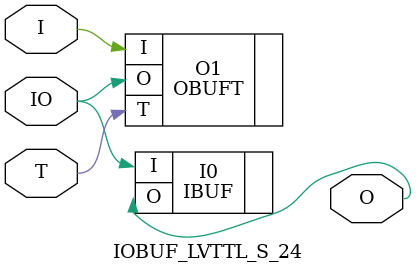
<source format=v>


`timescale  1 ps / 1 ps


module IOBUF_LVTTL_S_24 (O, IO, I, T);

    output O;

    inout  IO;

    input  I, T;

        OBUFT #(.IOSTANDARD("LVTTL"), .SLEW("SLOW"), .DRIVE(24)) O1 (.O(IO), .I(I), .T(T)); 
	IBUF #(.IOSTANDARD("LVTTL"))  I0 (.O(O), .I(IO));
        

endmodule



</source>
